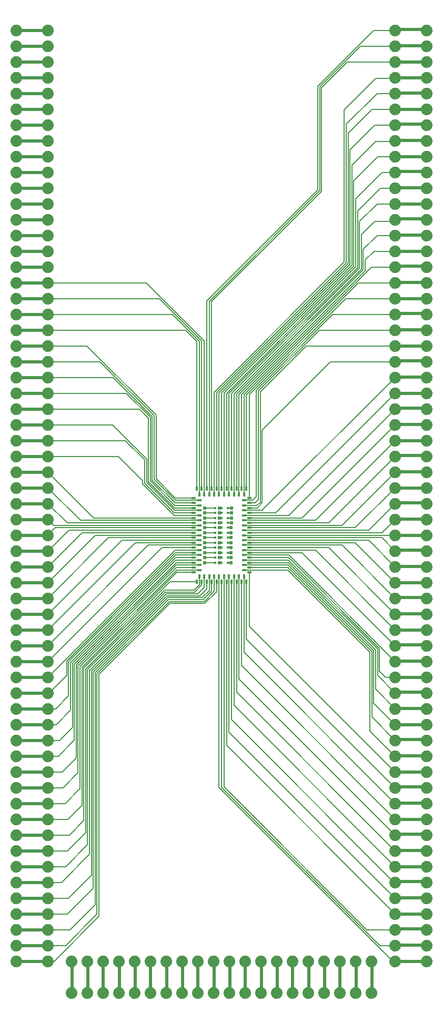
<source format=gtl>
G04 EAGLE Gerber RS-274X export*
G75*
%MOMM*%
%FSLAX34Y34*%
%LPD*%
%INTop Copper*%
%IPPOS*%
%AMOC8*
5,1,8,0,0,1.08239X$1,22.5*%
G01*
%ADD10R,0.450000X0.450000*%
%ADD11R,0.640000X0.320000*%
%ADD12R,0.320000X0.640000*%
%ADD13C,1.879600*%
%ADD14C,0.152400*%
%ADD15C,0.508000*%
%ADD16C,0.604800*%


D10*
X0Y44000D03*
X0Y36000D03*
X0Y28000D03*
X0Y20000D03*
X0Y12000D03*
X0Y4000D03*
X0Y-4000D03*
X0Y-12000D03*
X0Y-20000D03*
X0Y-28000D03*
X0Y-36000D03*
X0Y-44000D03*
X-10000Y44000D03*
X-10000Y36000D03*
X-10000Y28000D03*
X-10000Y20000D03*
X-10000Y12000D03*
X-10000Y4000D03*
X-10000Y-4000D03*
X-10000Y-12000D03*
X-10000Y-20000D03*
X-10000Y-28000D03*
X-10000Y-36000D03*
X-10000Y-44000D03*
X10000Y44000D03*
X10000Y36000D03*
X10000Y28000D03*
X10000Y20000D03*
X10000Y12000D03*
X10000Y4000D03*
X10000Y-4000D03*
X10000Y-12000D03*
X10000Y-20000D03*
X10000Y-28000D03*
X10000Y-36000D03*
X10000Y-44000D03*
D11*
X-45000Y60000D03*
X-45000Y52000D03*
X-45000Y44000D03*
X-45000Y36000D03*
X-45000Y28000D03*
X-45000Y20000D03*
X-45000Y12000D03*
X-45000Y4000D03*
X-45000Y-4000D03*
X-45000Y-12000D03*
X-45000Y-20000D03*
X-45000Y-28000D03*
X-45000Y-36000D03*
X-45000Y-44000D03*
X-45000Y-52000D03*
X-45000Y-60000D03*
X45000Y60000D03*
X45000Y52000D03*
X45000Y44000D03*
X45000Y36000D03*
X45000Y28000D03*
X45000Y20000D03*
X45000Y12000D03*
X45000Y4000D03*
X45000Y-4000D03*
X45000Y-12000D03*
X45000Y-20000D03*
X45000Y-28000D03*
X45000Y-36000D03*
X45000Y-44000D03*
X45000Y-52000D03*
X45000Y-60000D03*
X-36000Y56000D03*
X-36000Y48000D03*
X-36000Y40000D03*
X-36000Y32000D03*
X-36000Y24000D03*
X-36000Y16000D03*
X-36000Y8000D03*
X-36000Y0D03*
X-36000Y-8000D03*
X-36000Y-16000D03*
X-36000Y-24000D03*
X-36000Y-32000D03*
X-36000Y-40000D03*
X-36000Y-48000D03*
X-36000Y-56000D03*
X36000Y56000D03*
X36000Y48000D03*
X36000Y40000D03*
X36000Y32000D03*
X36000Y24000D03*
X36000Y16000D03*
X36000Y8000D03*
X36000Y0D03*
X36000Y-8000D03*
X36000Y-16000D03*
X36000Y-24000D03*
X36000Y-32000D03*
X36000Y-40000D03*
X36000Y-48000D03*
X36000Y-56000D03*
D12*
X-40000Y75000D03*
X-32000Y75000D03*
X-24000Y75000D03*
X-16000Y75000D03*
X-8000Y75000D03*
X0Y75000D03*
X8000Y75000D03*
X16000Y75000D03*
X24000Y75000D03*
X32000Y75000D03*
X40000Y75000D03*
X36000Y66000D03*
X28000Y66000D03*
X20000Y66000D03*
X12000Y66000D03*
X4000Y66000D03*
X-4000Y66000D03*
X-12000Y66000D03*
X-20000Y66000D03*
X-28000Y66000D03*
X-36000Y66000D03*
X40000Y-75000D03*
X32000Y-75000D03*
X24000Y-75000D03*
X16000Y-75000D03*
X8000Y-75000D03*
X0Y-75000D03*
X-8000Y-75000D03*
X-16000Y-75000D03*
X-24000Y-75000D03*
X-32000Y-75000D03*
X-40000Y-75000D03*
X28000Y-66000D03*
X20000Y-66000D03*
X12000Y-66000D03*
X4000Y-66000D03*
X-4000Y-66000D03*
X-12000Y-66000D03*
X-20000Y-66000D03*
X-28000Y-66000D03*
X-36000Y-66000D03*
X36000Y-66000D03*
D13*
X-279400Y-177800D03*
X-279400Y-152400D03*
X-279400Y-127000D03*
X-279400Y-101600D03*
X-279400Y-76200D03*
X-279400Y-50800D03*
X-279400Y-25400D03*
X-279400Y0D03*
X-279400Y25400D03*
X-279400Y50800D03*
X-279400Y76200D03*
X-279400Y101600D03*
X-279400Y127000D03*
X-279400Y152400D03*
X-279400Y177800D03*
X-279400Y203200D03*
X-279400Y228600D03*
X-279400Y254000D03*
X-279400Y279400D03*
X-279400Y304800D03*
X-279400Y-685800D03*
X-279400Y-660400D03*
X-279400Y-635000D03*
X-279400Y-609600D03*
X-279400Y-584200D03*
X-279400Y-558800D03*
X-279400Y-533400D03*
X-279400Y-508000D03*
X-279400Y-482600D03*
X-279400Y-457200D03*
X-279400Y-431800D03*
X-279400Y-406400D03*
X-279400Y-381000D03*
X-279400Y-355600D03*
X-279400Y-330200D03*
X-279400Y-304800D03*
X-279400Y-279400D03*
X-279400Y-254000D03*
X-279400Y-228600D03*
X-279400Y-203200D03*
X279400Y-203200D03*
X279400Y-228600D03*
X279400Y-254000D03*
X279400Y-279400D03*
X279400Y-304800D03*
X279400Y-330200D03*
X279400Y-355600D03*
X279400Y-381000D03*
X279400Y-406400D03*
X279400Y-431800D03*
X279400Y-457200D03*
X279400Y-482600D03*
X279400Y-508000D03*
X279400Y-533400D03*
X279400Y-558800D03*
X279400Y-584200D03*
X279400Y-609600D03*
X279400Y-635000D03*
X279400Y-660400D03*
X279400Y-685800D03*
X241300Y-685800D03*
X215900Y-685800D03*
X190500Y-685800D03*
X165100Y-685800D03*
X139700Y-685800D03*
X114300Y-685800D03*
X88900Y-685800D03*
X63500Y-685800D03*
X38100Y-685800D03*
X12700Y-685800D03*
X-12700Y-685800D03*
X-38100Y-685800D03*
X-63500Y-685800D03*
X-88900Y-685800D03*
X-114300Y-685800D03*
X-139700Y-685800D03*
X-165100Y-685800D03*
X-190500Y-685800D03*
X-215900Y-685800D03*
X-241300Y-685800D03*
X-279400Y812800D03*
X-279400Y787400D03*
X-279400Y762000D03*
X-279400Y736600D03*
X-279400Y711200D03*
X-279400Y685800D03*
X-279400Y660400D03*
X-279400Y635000D03*
X-279400Y609600D03*
X-279400Y584200D03*
X-279400Y558800D03*
X-279400Y533400D03*
X-279400Y508000D03*
X-279400Y482600D03*
X-279400Y457200D03*
X-279400Y431800D03*
X-279400Y406400D03*
X-279400Y381000D03*
X-279400Y355600D03*
X-279400Y330200D03*
X279400Y812800D03*
X279400Y787400D03*
X279400Y762000D03*
X279400Y736600D03*
X279400Y711200D03*
X279400Y685800D03*
X279400Y660400D03*
X279400Y635000D03*
X279400Y609600D03*
X279400Y584200D03*
X279400Y558800D03*
X279400Y533400D03*
X279400Y508000D03*
X279400Y482600D03*
X279400Y457200D03*
X279400Y431800D03*
X279400Y406400D03*
X279400Y381000D03*
X279400Y355600D03*
X279400Y330200D03*
X279400Y304800D03*
X279400Y279400D03*
X279400Y254000D03*
X279400Y228600D03*
X279400Y203200D03*
X279400Y177800D03*
X279400Y152400D03*
X279400Y127000D03*
X279400Y101600D03*
X279400Y76200D03*
X279400Y50800D03*
X279400Y25400D03*
X279400Y0D03*
X279400Y-25400D03*
X279400Y-50800D03*
X279400Y-76200D03*
X279400Y-101600D03*
X279400Y-127000D03*
X279400Y-152400D03*
X279400Y-177800D03*
X-330200Y-177800D03*
X-330200Y-152400D03*
X-330200Y-127000D03*
X-330200Y-101600D03*
X-330200Y-76200D03*
X-330200Y-50800D03*
X-330200Y-25400D03*
X-330200Y0D03*
X-330200Y25400D03*
X-330200Y50800D03*
X-330200Y76200D03*
X-330200Y101600D03*
X-330200Y127000D03*
X-330200Y152400D03*
X-330200Y177800D03*
X-330200Y203200D03*
X-330200Y228600D03*
X-330200Y254000D03*
X-330200Y279400D03*
X-330200Y304800D03*
X-330200Y-685800D03*
X-330200Y-660400D03*
X-330200Y-635000D03*
X-330200Y-609600D03*
X-330200Y-584200D03*
X-330200Y-558800D03*
X-330200Y-533400D03*
X-330200Y-508000D03*
X-330200Y-482600D03*
X-330200Y-457200D03*
X-330200Y-431800D03*
X-330200Y-406400D03*
X-330200Y-381000D03*
X-330200Y-355600D03*
X-330200Y-330200D03*
X-330200Y-304800D03*
X-330200Y-279400D03*
X-330200Y-254000D03*
X-330200Y-228600D03*
X-330200Y-203200D03*
X330200Y-203200D03*
X330200Y-228600D03*
X330200Y-254000D03*
X330200Y-279400D03*
X330200Y-304800D03*
X330200Y-330200D03*
X330200Y-355600D03*
X330200Y-381000D03*
X330200Y-406400D03*
X330200Y-431800D03*
X330200Y-457200D03*
X330200Y-482600D03*
X330200Y-508000D03*
X330200Y-533400D03*
X330200Y-558800D03*
X330200Y-584200D03*
X330200Y-609600D03*
X330200Y-635000D03*
X330200Y-660400D03*
X330200Y-685800D03*
X330200Y50800D03*
X330200Y25400D03*
X330200Y0D03*
X330200Y-25400D03*
X330200Y-50800D03*
X330200Y-76200D03*
X330200Y-101600D03*
X330200Y-127000D03*
X330200Y-152400D03*
X330200Y-177800D03*
X241300Y-736600D03*
X215900Y-736600D03*
X190500Y-736600D03*
X165100Y-736600D03*
X139700Y-736600D03*
X114300Y-736600D03*
X88900Y-736600D03*
X63500Y-736600D03*
X38100Y-736600D03*
X12700Y-736600D03*
X-12700Y-736600D03*
X-38100Y-736600D03*
X-63500Y-736600D03*
X-88900Y-736600D03*
X-114300Y-736600D03*
X-139700Y-736600D03*
X-165100Y-736600D03*
X-190500Y-736600D03*
X-215900Y-736600D03*
X-241300Y-736600D03*
X-330200Y812800D03*
X-330200Y787400D03*
X-330200Y762000D03*
X-330200Y736600D03*
X-330200Y711200D03*
X-330200Y685800D03*
X-330200Y660400D03*
X-330200Y635000D03*
X-330200Y609600D03*
X-330200Y584200D03*
X-330200Y558800D03*
X-330200Y533400D03*
X-330200Y508000D03*
X-330200Y482600D03*
X-330200Y457200D03*
X-330200Y431800D03*
X-330200Y406400D03*
X-330200Y381000D03*
X-330200Y355600D03*
X-330200Y330200D03*
X330200Y812800D03*
X330200Y787400D03*
X330200Y762000D03*
X330200Y736600D03*
X330200Y711200D03*
X330200Y685800D03*
X330200Y660400D03*
X330200Y635000D03*
X330200Y609600D03*
X330200Y584200D03*
X330200Y558800D03*
X330200Y533400D03*
X330200Y508000D03*
X330200Y482600D03*
X330200Y457200D03*
X330200Y431800D03*
X330200Y406400D03*
X330200Y381000D03*
X330200Y355600D03*
X330200Y330200D03*
X330200Y304800D03*
X330200Y279400D03*
X330200Y254000D03*
X330200Y228600D03*
X330200Y203200D03*
X330200Y177800D03*
X330200Y152400D03*
X330200Y127000D03*
X330200Y101600D03*
X330200Y76200D03*
D14*
X-117600Y-16000D02*
X-279400Y-177800D01*
X-117600Y-16000D02*
X-36000Y-16000D01*
D15*
X-279400Y-177800D02*
X-330200Y-177800D01*
D14*
X-279400Y-152400D02*
X-139000Y-12000D01*
X-45000Y-12000D01*
D15*
X-279400Y-152400D02*
X-322400Y-152400D01*
X-323000Y-153000D01*
X-329600Y-153000D01*
X-330200Y-152400D01*
D14*
X-279400Y-127000D02*
X-160400Y-8000D01*
X-36000Y-8000D01*
D15*
X-279400Y-127000D02*
X-330200Y-127000D01*
D14*
X-279400Y-101600D02*
X-181800Y-4000D01*
X-45000Y-4000D01*
D15*
X-279400Y-101600D02*
X-330200Y-101600D01*
D14*
X-279400Y-76200D02*
X-203200Y0D01*
X-36000Y0D01*
D15*
X-279400Y-76200D02*
X-330200Y-76200D01*
D14*
X-279400Y-50800D02*
X-224600Y4000D01*
X-45000Y4000D01*
D15*
X-279400Y-50800D02*
X-330200Y-50800D01*
D14*
X-279400Y-25400D02*
X-246000Y8000D01*
X-36000Y8000D01*
D15*
X-279400Y-25400D02*
X-330200Y-25400D01*
D14*
X-279400Y0D02*
X-267400Y12000D01*
X-45000Y12000D01*
D15*
X-279400Y0D02*
X-330200Y0D01*
D14*
X-279400Y25400D02*
X-270000Y16000D01*
X-36000Y16000D01*
D15*
X-279400Y25400D02*
X-330200Y25400D01*
D14*
X-279400Y50800D02*
X-248600Y20000D01*
X-45000Y20000D01*
D15*
X-279400Y50800D02*
X-330200Y50800D01*
D14*
X-279400Y76200D02*
X-227200Y24000D01*
X-36000Y24000D01*
D15*
X-279400Y76200D02*
X-330200Y76200D01*
D14*
X-279400Y101600D02*
X-205800Y28000D01*
X-45000Y28000D01*
D15*
X-279400Y101600D02*
X-330200Y101600D01*
D14*
X-76398Y32000D02*
X-36000Y32000D01*
X-126746Y82348D02*
X-126746Y87630D01*
X-166116Y127000D01*
X-279400Y127000D01*
X-126746Y82348D02*
X-76398Y32000D01*
D15*
X-279400Y127000D02*
X-330200Y127000D01*
D14*
X-76087Y36000D02*
X-45000Y36000D01*
X-76087Y36000D02*
X-123698Y83611D01*
X-154679Y152400D02*
X-279400Y152400D01*
X-123698Y121419D02*
X-123698Y83611D01*
X-123698Y121419D02*
X-154679Y152400D01*
D15*
X-279400Y152400D02*
X-330200Y152400D01*
D14*
X-75777Y40000D02*
X-36000Y40000D01*
X-75777Y40000D02*
X-120650Y84873D01*
X-120650Y122682D01*
X-175768Y177800D02*
X-279400Y177800D01*
X-175768Y177800D02*
X-120650Y122682D01*
D15*
X-279400Y177800D02*
X-330200Y177800D01*
D14*
X-75466Y44000D02*
X-45000Y44000D01*
X-132304Y203200D02*
X-279400Y203200D01*
X-117602Y86136D02*
X-75466Y44000D01*
X-117602Y86136D02*
X-117602Y188498D01*
X-132304Y203200D01*
D15*
X-279400Y203200D02*
X-330200Y203200D01*
D14*
X-75156Y48000D02*
X-36000Y48000D01*
X-153394Y228600D02*
X-279400Y228600D01*
X-114554Y87398D02*
X-75156Y48000D01*
X-114554Y87398D02*
X-114554Y189760D01*
X-153394Y228600D01*
D15*
X-279400Y228600D02*
X-330200Y228600D01*
D14*
X-74845Y52000D02*
X-45000Y52000D01*
X-174483Y254000D02*
X-279400Y254000D01*
X-111506Y88661D02*
X-74845Y52000D01*
X-111506Y88661D02*
X-111506Y191023D01*
X-174483Y254000D01*
D15*
X-279400Y254000D02*
X-330200Y254000D01*
D14*
X-74535Y56000D02*
X-36000Y56000D01*
X-195573Y279400D02*
X-279400Y279400D01*
X-108458Y89923D02*
X-74535Y56000D01*
X-108458Y89923D02*
X-108458Y192285D01*
X-195573Y279400D01*
D15*
X-279400Y279400D02*
X-330200Y279400D01*
D14*
X-74224Y60000D02*
X-45000Y60000D01*
X-216662Y304800D02*
X-279400Y304800D01*
X-105410Y91186D02*
X-74224Y60000D01*
X-105410Y91186D02*
X-105410Y193548D01*
X-216662Y304800D01*
D15*
X-279400Y304800D02*
X-330200Y304800D01*
D14*
X-8000Y-75000D02*
X-8000Y-90789D01*
X-26939Y-109728D01*
X-82938Y-109728D01*
X-269494Y-685800D02*
X-279400Y-685800D01*
X-197358Y-224148D02*
X-82938Y-109728D01*
X-197358Y-224148D02*
X-197358Y-613664D01*
X-269494Y-685800D01*
D15*
X-279400Y-685800D02*
X-330200Y-685800D01*
D14*
X-12000Y-90479D02*
X-12000Y-66000D01*
X-250698Y-660400D02*
X-279400Y-660400D01*
X-28201Y-106680D02*
X-12000Y-90479D01*
X-28201Y-106680D02*
X-84200Y-106680D01*
X-200406Y-222886D01*
X-200406Y-610108D01*
X-250698Y-660400D01*
D15*
X-279400Y-660400D02*
X-330200Y-660400D01*
D14*
X-16000Y-90168D02*
X-16000Y-75000D01*
X-16000Y-90168D02*
X-29464Y-103632D01*
X-85463Y-103632D01*
X-203454Y-221623D01*
X-203454Y-594614D01*
X-243840Y-635000D02*
X-279400Y-635000D01*
X-243840Y-635000D02*
X-203454Y-594614D01*
D15*
X-279400Y-635000D02*
X-330200Y-635000D01*
D14*
X-20000Y-88834D02*
X-20000Y-66000D01*
X-247904Y-609600D02*
X-279400Y-609600D01*
X-31750Y-100584D02*
X-20000Y-88834D01*
X-31750Y-100584D02*
X-86726Y-100584D01*
X-206502Y-220360D01*
X-206502Y-568198D01*
X-247904Y-609600D01*
D15*
X-279400Y-609600D02*
X-330200Y-609600D01*
D14*
X-24000Y-86992D02*
X-24000Y-75000D01*
X-246380Y-584200D02*
X-279400Y-584200D01*
X-34544Y-97536D02*
X-24000Y-86992D01*
X-34544Y-97536D02*
X-87988Y-97536D01*
X-209550Y-219098D01*
X-209550Y-547370D01*
X-246380Y-584200D01*
D15*
X-279400Y-584200D02*
X-330200Y-584200D01*
D14*
X-28000Y-83880D02*
X-28000Y-66000D01*
X-257556Y-558800D02*
X-279400Y-558800D01*
X-38608Y-94488D02*
X-28000Y-83880D01*
X-38608Y-94488D02*
X-89251Y-94488D01*
X-212598Y-217835D01*
X-212598Y-513842D01*
X-257556Y-558800D01*
D15*
X-279400Y-558800D02*
X-330200Y-558800D01*
D14*
X-32000Y-80253D02*
X-32000Y-75000D01*
X-250698Y-533400D02*
X-279400Y-533400D01*
X-43187Y-91440D02*
X-32000Y-80253D01*
X-43187Y-91440D02*
X-90513Y-91440D01*
X-215646Y-216573D01*
X-215646Y-498348D01*
X-250698Y-533400D01*
D15*
X-279400Y-533400D02*
X-330200Y-533400D01*
D14*
X-36000Y-79942D02*
X-36000Y-66000D01*
X-247904Y-508000D02*
X-279400Y-508000D01*
X-44450Y-88392D02*
X-36000Y-79942D01*
X-44450Y-88392D02*
X-91776Y-88392D01*
X-218694Y-215310D01*
X-218694Y-478790D01*
X-247904Y-508000D01*
D15*
X-279400Y-508000D02*
X-330200Y-508000D01*
D14*
X-82694Y-75000D02*
X-40000Y-75000D01*
X-245110Y-482600D02*
X-279400Y-482600D01*
X-221742Y-214048D02*
X-82694Y-75000D01*
X-221742Y-214048D02*
X-221742Y-459232D01*
X-245110Y-482600D01*
D15*
X-279400Y-482600D02*
X-330200Y-482600D01*
D14*
X-72005Y-60000D02*
X-45000Y-60000D01*
X-247142Y-457200D02*
X-279400Y-457200D01*
X-224790Y-212785D02*
X-72005Y-60000D01*
X-224790Y-212785D02*
X-224790Y-434848D01*
X-247142Y-457200D01*
D15*
X-279400Y-457200D02*
X-330200Y-457200D01*
D14*
X-72316Y-56000D02*
X-36000Y-56000D01*
X-251968Y-431800D02*
X-279400Y-431800D01*
X-227838Y-211523D02*
X-72316Y-56000D01*
X-227838Y-211523D02*
X-227838Y-407670D01*
X-251968Y-431800D01*
D15*
X-279400Y-431800D02*
X-330200Y-431800D01*
D14*
X-72626Y-52000D02*
X-45000Y-52000D01*
X-255016Y-406400D02*
X-279400Y-406400D01*
X-230886Y-210260D02*
X-72626Y-52000D01*
X-230886Y-210260D02*
X-230886Y-382270D01*
X-255016Y-406400D01*
D15*
X-279400Y-406400D02*
X-330200Y-406400D01*
D14*
X-72937Y-48000D02*
X-36000Y-48000D01*
X-256286Y-381000D02*
X-279400Y-381000D01*
X-233934Y-208997D02*
X-72937Y-48000D01*
X-233934Y-208997D02*
X-233934Y-358648D01*
X-256286Y-381000D01*
D15*
X-279400Y-381000D02*
X-330200Y-381000D01*
D14*
X-73247Y-44000D02*
X-45000Y-44000D01*
X-262890Y-355600D02*
X-279400Y-355600D01*
X-236982Y-207735D02*
X-73247Y-44000D01*
X-236982Y-207735D02*
X-236982Y-329692D01*
X-262890Y-355600D01*
D15*
X-279400Y-355600D02*
X-330200Y-355600D01*
D14*
X-73558Y-40000D02*
X-36000Y-40000D01*
X-261112Y-330200D02*
X-279400Y-330200D01*
X-240030Y-206472D02*
X-73558Y-40000D01*
X-240030Y-206472D02*
X-240030Y-309118D01*
X-261112Y-330200D01*
D15*
X-279400Y-330200D02*
X-330200Y-330200D01*
D14*
X-46600Y-36000D02*
X-45000Y-36000D01*
X-73868Y-36000D01*
X-266192Y-304800D02*
X-279400Y-304800D01*
X-243078Y-205210D02*
X-73868Y-36000D01*
X-243078Y-205210D02*
X-243078Y-281686D01*
X-266192Y-304800D01*
D15*
X-279400Y-304800D02*
X-330200Y-304800D01*
D14*
X-74179Y-32000D02*
X-36000Y-32000D01*
X-266954Y-279400D02*
X-279400Y-279400D01*
X-246126Y-203947D02*
X-74179Y-32000D01*
X-246126Y-203947D02*
X-246126Y-258572D01*
X-266954Y-279400D01*
D15*
X-279400Y-279400D02*
X-330200Y-279400D01*
D14*
X-74489Y-28000D02*
X-45000Y-28000D01*
X-249174Y-202685D02*
X-249174Y-225298D01*
X-277876Y-254000D01*
X-279400Y-254000D01*
X-249174Y-202685D02*
X-74489Y-28000D01*
D15*
X-279400Y-254000D02*
X-330200Y-254000D01*
D14*
X-279400Y-228600D02*
X-74800Y-24000D01*
X-36000Y-24000D01*
D15*
X-279400Y-228600D02*
X-330200Y-228600D01*
D14*
X-279400Y-203200D02*
X-96200Y-20000D01*
X-45000Y-20000D01*
D15*
X-279400Y-203200D02*
X-330200Y-203200D01*
D14*
X108200Y-32000D02*
X279400Y-203200D01*
X108200Y-32000D02*
X36000Y-32000D01*
D15*
X280416Y-202692D02*
X329184Y-202692D01*
D14*
X330200Y-203200D01*
X280416Y-202692D02*
X279400Y-203200D01*
X254000Y-219000D02*
X254000Y-182111D01*
X254000Y-219000D02*
X263600Y-228600D01*
X279400Y-228600D01*
X107889Y-36000D02*
X45000Y-36000D01*
X107889Y-36000D02*
X254000Y-182111D01*
D15*
X279400Y-228600D02*
X330200Y-228600D01*
D14*
X279400Y-254000D02*
X250952Y-225552D01*
X107579Y-40000D02*
X36000Y-40000D01*
X107579Y-40000D02*
X250952Y-183373D01*
X250952Y-225552D01*
D15*
X280416Y-252984D02*
X329184Y-252984D01*
D14*
X330200Y-254000D01*
X280416Y-252984D02*
X279400Y-254000D01*
X279400Y-276800D02*
X279400Y-279400D01*
X46600Y-44000D02*
X45000Y-44000D01*
X107268Y-44000D01*
X247904Y-247904D02*
X279400Y-279400D01*
X247904Y-184636D02*
X107268Y-44000D01*
X247904Y-184636D02*
X247904Y-247904D01*
D15*
X280416Y-278892D02*
X329184Y-278892D01*
D14*
X330200Y-279400D01*
X280416Y-278892D02*
X279400Y-279400D01*
X106958Y-48000D02*
X36000Y-48000D01*
X244856Y-270256D02*
X279400Y-304800D01*
X244856Y-185898D02*
X106958Y-48000D01*
X244856Y-185898D02*
X244856Y-270256D01*
D15*
X279400Y-304800D02*
X330200Y-304800D01*
D14*
X46600Y-52000D02*
X45000Y-52000D01*
X106647Y-52000D01*
X241808Y-292608D02*
X279400Y-330200D01*
X241808Y-187161D02*
X106647Y-52000D01*
X241808Y-187161D02*
X241808Y-292608D01*
D15*
X280416Y-329184D02*
X329184Y-329184D01*
D14*
X330200Y-330200D01*
X280416Y-329184D02*
X279400Y-330200D01*
X106337Y-56000D02*
X36000Y-56000D01*
X238760Y-314960D02*
X279400Y-355600D01*
X238760Y-188423D02*
X106337Y-56000D01*
X238760Y-188423D02*
X238760Y-314960D01*
D15*
X280416Y-355092D02*
X329184Y-355092D01*
D14*
X330200Y-355600D01*
X280416Y-355092D02*
X279400Y-355600D01*
X279400Y-381000D02*
X45000Y-146600D01*
X45000Y-60000D01*
D15*
X279400Y-381000D02*
X330200Y-381000D01*
D14*
X279400Y-406400D02*
X40000Y-167000D01*
X40000Y-75000D01*
D15*
X280416Y-405384D02*
X329184Y-405384D01*
D14*
X330200Y-406400D01*
X280416Y-405384D02*
X279400Y-406400D01*
X279400Y-431800D02*
X36000Y-188400D01*
X36000Y-66000D01*
D15*
X280416Y-431292D02*
X329184Y-431292D01*
D14*
X330200Y-431800D01*
X280416Y-431292D02*
X279400Y-431800D01*
X279400Y-457200D02*
X32000Y-209800D01*
X32000Y-75000D01*
D15*
X279400Y-457200D02*
X330200Y-457200D01*
D14*
X279400Y-482600D02*
X28000Y-231200D01*
X28000Y-66000D01*
D15*
X280416Y-481584D02*
X329184Y-481584D01*
D14*
X330200Y-482600D01*
X280416Y-481584D02*
X279400Y-482600D01*
X279400Y-508000D02*
X24000Y-252600D01*
X24000Y-75000D01*
D15*
X280416Y-507492D02*
X329184Y-507492D01*
D14*
X330200Y-508000D01*
X280416Y-507492D02*
X279400Y-508000D01*
X279400Y-533400D02*
X20000Y-274000D01*
X20000Y-66000D01*
D15*
X279400Y-533400D02*
X330200Y-533400D01*
D14*
X16000Y-297000D02*
X16000Y-75000D01*
X277800Y-558800D02*
X279400Y-558800D01*
X277800Y-558800D02*
X16000Y-297000D01*
D15*
X280416Y-557784D02*
X329184Y-557784D01*
D14*
X330200Y-558800D01*
X280416Y-557784D02*
X279400Y-558800D01*
X279400Y-584200D02*
X12000Y-316800D01*
X12000Y-66000D01*
D15*
X280416Y-583692D02*
X329184Y-583692D01*
D14*
X330200Y-584200D01*
X280416Y-583692D02*
X279400Y-584200D01*
X279400Y-609600D02*
X8000Y-338200D01*
X8000Y-75000D01*
D15*
X279400Y-609600D02*
X330200Y-609600D01*
D14*
X4000Y-405335D02*
X4000Y-66000D01*
X233665Y-635000D02*
X279400Y-635000D01*
X233665Y-635000D02*
X4000Y-405335D01*
D15*
X280416Y-633984D02*
X329184Y-633984D01*
D14*
X330200Y-635000D01*
X280416Y-633984D02*
X279400Y-635000D01*
X0Y-405645D02*
X0Y-75000D01*
X254755Y-660400D02*
X279400Y-660400D01*
X254755Y-660400D02*
X0Y-405645D01*
D15*
X280416Y-659892D02*
X329184Y-659892D01*
D14*
X330200Y-660400D01*
X280416Y-659892D02*
X279400Y-660400D01*
X-4000Y-405956D02*
X-4000Y-66000D01*
X275844Y-685800D02*
X279400Y-685800D01*
X275844Y-685800D02*
X-4000Y-405956D01*
D15*
X279400Y-685800D02*
X330200Y-685800D01*
D14*
X15000Y12000D02*
X10000Y12000D01*
D16*
X15000Y12000D03*
D15*
X242316Y-685800D02*
X242316Y-736092D01*
D14*
X241300Y-736600D01*
X241300Y-685800D02*
X242316Y-685800D01*
X15000Y4000D02*
X10000Y4000D01*
D16*
X15000Y4000D03*
D15*
X216408Y-685800D02*
X216408Y-736092D01*
D14*
X215900Y-736600D01*
X215900Y-685800D02*
X216408Y-685800D01*
X15000Y-4000D02*
X10000Y-4000D01*
D16*
X15000Y-4000D03*
D15*
X190500Y-685800D02*
X190500Y-736600D01*
D14*
X15000Y-12000D02*
X10000Y-12000D01*
D16*
X15000Y-12000D03*
D15*
X166116Y-685800D02*
X166116Y-736092D01*
D14*
X165100Y-736600D01*
X165100Y-685800D02*
X166116Y-685800D01*
X15000Y-20000D02*
X10000Y-20000D01*
D16*
X15000Y-20000D03*
D15*
X140208Y-685800D02*
X140208Y-736092D01*
D14*
X139700Y-736600D01*
X139700Y-685800D02*
X140208Y-685800D01*
X15000Y-28000D02*
X10000Y-28000D01*
D16*
X15000Y-28000D03*
D15*
X114300Y-685800D02*
X114300Y-736600D01*
D14*
X15000Y-36000D02*
X10000Y-36000D01*
D16*
X15000Y-36000D03*
D15*
X89916Y-685800D02*
X89916Y-736092D01*
D14*
X88900Y-736600D01*
X88900Y-685800D02*
X89916Y-685800D01*
X15000Y-44000D02*
X10000Y-44000D01*
D16*
X15000Y-44000D03*
D15*
X64008Y-685800D02*
X64008Y-736092D01*
D14*
X63500Y-736600D01*
X63500Y-685800D02*
X64008Y-685800D01*
X0Y-44000D02*
X-3202Y-44000D01*
D16*
X-3202Y-44000D03*
D15*
X38100Y-685800D02*
X38100Y-736600D01*
D14*
X0Y-36000D02*
X-3202Y-36000D01*
D16*
X-3202Y-36000D03*
D15*
X13716Y-685800D02*
X13716Y-736092D01*
D14*
X12700Y-736600D01*
X12700Y-685800D02*
X13716Y-685800D01*
X0Y-28000D02*
X-3202Y-28000D01*
D16*
X-3202Y-28000D03*
D15*
X-12192Y-685800D02*
X-12192Y-736092D01*
D14*
X-12700Y-736600D01*
X-12700Y-685800D02*
X-12192Y-685800D01*
X-3202Y-20000D02*
X0Y-20000D01*
D16*
X-3202Y-20000D03*
D15*
X-38100Y-685800D02*
X-38100Y-736600D01*
D14*
X-3202Y-12000D02*
X0Y-12000D01*
D16*
X-3202Y-12000D03*
D15*
X-62484Y-685800D02*
X-62484Y-736092D01*
D14*
X-63500Y-736600D01*
X-63500Y-685800D02*
X-62484Y-685800D01*
X-3202Y-4000D02*
X0Y-4000D01*
D16*
X-3202Y-4000D03*
D15*
X-88392Y-685800D02*
X-88392Y-736092D01*
D14*
X-88900Y-736600D01*
X-88900Y-685800D02*
X-88392Y-685800D01*
D16*
X-27000Y-44000D03*
D14*
X-10000Y-44000D01*
D15*
X-114300Y-685800D02*
X-114300Y-736600D01*
D16*
X-27000Y-36000D03*
D14*
X-10000Y-36000D01*
D15*
X-138684Y-685800D02*
X-138684Y-736092D01*
D14*
X-139700Y-736600D01*
X-139700Y-685800D02*
X-138684Y-685800D01*
X-27000Y-28000D02*
X-10000Y-28000D01*
D16*
X-27000Y-28000D03*
D15*
X-164592Y-685800D02*
X-164592Y-736092D01*
D14*
X-165100Y-736600D01*
X-165100Y-685800D02*
X-164592Y-685800D01*
X-27000Y-20000D02*
X-10000Y-20000D01*
D16*
X-27000Y-20000D03*
D15*
X-190500Y-685800D02*
X-190500Y-736600D01*
D14*
X-27000Y-12000D02*
X-10000Y-12000D01*
D16*
X-27000Y-12000D03*
D15*
X-214884Y-685800D02*
X-214884Y-736092D01*
D14*
X-215900Y-736600D01*
X-215900Y-685800D02*
X-214884Y-685800D01*
X-27000Y-4000D02*
X-10000Y-4000D01*
D16*
X-27000Y-4000D03*
D15*
X-240792Y-685800D02*
X-240792Y-736092D01*
D14*
X-241300Y-736600D01*
X-241300Y-685800D02*
X-240792Y-685800D01*
X10000Y20000D02*
X15768Y20000D01*
D16*
X15768Y20000D03*
D15*
X-279400Y812800D02*
X-330200Y812800D01*
D14*
X10000Y28000D02*
X16000Y28000D01*
D16*
X16000Y28000D03*
D15*
X-279400Y787400D02*
X-330200Y787400D01*
D14*
X10000Y36000D02*
X16000Y36000D01*
D16*
X16000Y36000D03*
D15*
X-279400Y762000D02*
X-330200Y762000D01*
D14*
X10000Y44000D02*
X16000Y44000D01*
D16*
X16000Y44000D03*
D15*
X-279400Y736600D02*
X-330200Y736600D01*
D14*
X-3202Y44000D02*
X0Y44000D01*
D16*
X-3202Y44000D03*
D15*
X-279400Y711200D02*
X-330200Y711200D01*
D14*
X-3202Y36000D02*
X0Y36000D01*
D16*
X-3202Y36000D03*
D15*
X-279400Y685800D02*
X-330200Y685800D01*
D14*
X-3202Y28000D02*
X0Y28000D01*
D16*
X-3202Y28000D03*
D15*
X-279400Y660400D02*
X-330200Y660400D01*
D14*
X-3202Y20000D02*
X0Y20000D01*
D16*
X-3202Y20000D03*
D15*
X-279400Y635000D02*
X-330200Y635000D01*
D14*
X-3202Y12000D02*
X0Y12000D01*
D16*
X-3202Y12000D03*
D15*
X-279400Y609600D02*
X-330200Y609600D01*
D14*
X-3202Y4000D02*
X0Y4000D01*
D16*
X-3202Y4000D03*
D15*
X-279400Y584200D02*
X-330200Y584200D01*
D14*
X-27000Y44000D02*
X-10000Y44000D01*
D16*
X-27000Y44000D03*
D15*
X-279400Y558800D02*
X-330200Y558800D01*
D14*
X-27000Y36000D02*
X-10000Y36000D01*
D16*
X-27000Y36000D03*
D15*
X-279400Y533400D02*
X-330200Y533400D01*
D14*
X-27000Y28000D02*
X-10000Y28000D01*
D16*
X-27000Y28000D03*
D15*
X-279400Y508000D02*
X-330200Y508000D01*
D14*
X-27000Y20000D02*
X-10000Y20000D01*
D16*
X-27000Y20000D03*
D15*
X-279400Y482600D02*
X-330200Y482600D01*
D14*
X-27000Y12000D02*
X-10000Y12000D01*
D16*
X-27000Y12000D03*
D15*
X-279400Y457200D02*
X-330200Y457200D01*
D14*
X-27000Y4000D02*
X-10000Y4000D01*
D16*
X-27000Y4000D03*
D15*
X-279400Y431800D02*
X-330200Y431800D01*
D14*
X-28000Y313000D02*
X-28000Y66000D01*
X-121400Y406400D02*
X-279400Y406400D01*
X-121400Y406400D02*
X-28000Y313000D01*
D15*
X-279400Y406400D02*
X-330200Y406400D01*
D14*
X-32000Y312689D02*
X-32000Y75000D01*
X-100311Y381000D02*
X-279400Y381000D01*
X-100311Y381000D02*
X-32000Y312689D01*
D15*
X-279400Y381000D02*
X-330200Y381000D01*
D14*
X-36000Y312379D02*
X-36000Y66000D01*
X-79221Y355600D02*
X-279400Y355600D01*
X-79221Y355600D02*
X-36000Y312379D01*
D15*
X-279400Y355600D02*
X-330200Y355600D01*
D14*
X-40000Y312068D02*
X-40000Y75000D01*
X-58132Y330200D02*
X-279400Y330200D01*
X-58132Y330200D02*
X-40000Y312068D01*
D15*
X-279400Y330200D02*
X-330200Y330200D01*
D14*
X-24000Y377000D02*
X-24000Y75000D01*
X244800Y812800D02*
X279400Y812800D01*
X155000Y556000D02*
X-24000Y377000D01*
X155000Y556000D02*
X155000Y723000D01*
X244800Y812800D01*
D15*
X280416Y813816D02*
X329184Y813816D01*
D14*
X330200Y812800D01*
X280416Y813816D02*
X279400Y812800D01*
X-20000Y376689D02*
X-20000Y66000D01*
X223711Y787400D02*
X279400Y787400D01*
X158048Y554737D02*
X-20000Y376689D01*
X158048Y554737D02*
X158048Y721737D01*
X223711Y787400D01*
D15*
X280416Y787908D02*
X329184Y787908D01*
D14*
X330200Y787400D01*
X280416Y787908D02*
X279400Y787400D01*
X-16000Y376379D02*
X-16000Y75000D01*
X202621Y762000D02*
X279400Y762000D01*
X161096Y553475D02*
X-16000Y376379D01*
X161096Y553475D02*
X161096Y720475D01*
X202621Y762000D01*
D15*
X279400Y762000D02*
X330200Y762000D01*
D14*
X-12000Y230037D02*
X-12000Y66000D01*
X248000Y735000D02*
X287000Y735000D01*
X285400Y736600D01*
X279400Y736600D01*
X197472Y439509D02*
X-12000Y230037D01*
X197472Y439509D02*
X197472Y684472D01*
X248000Y735000D01*
D15*
X286512Y736092D02*
X329184Y736092D01*
D14*
X330200Y736600D01*
X286512Y736092D02*
X279400Y736600D01*
X-8000Y229727D02*
X-8000Y75000D01*
X250200Y711200D02*
X279400Y711200D01*
X200520Y438247D02*
X-8000Y229727D01*
X200520Y438247D02*
X200520Y661520D01*
X250200Y711200D01*
D15*
X280416Y711708D02*
X329184Y711708D01*
D14*
X330200Y711200D01*
X280416Y711708D02*
X279400Y711200D01*
X-4000Y229416D02*
X-4000Y66000D01*
X241800Y685800D02*
X279400Y685800D01*
X203568Y436984D02*
X-4000Y229416D01*
X203568Y436984D02*
X203568Y647568D01*
X241800Y685800D01*
D15*
X279400Y685800D02*
X330200Y685800D01*
D14*
X0Y229106D02*
X0Y75000D01*
X246400Y660400D02*
X279400Y660400D01*
X206616Y435722D02*
X0Y229106D01*
X206616Y435722D02*
X206616Y620616D01*
X246400Y660400D01*
D15*
X280416Y661416D02*
X329184Y661416D01*
D14*
X330200Y660400D01*
X280416Y661416D02*
X279400Y660400D01*
X4000Y228795D02*
X4000Y66000D01*
X4000Y228795D02*
X209664Y434459D01*
X209664Y595664D01*
X248198Y634198D01*
X249000Y635000D01*
X248412Y633984D02*
X278892Y633984D01*
X279400Y635000D01*
X248412Y633984D02*
X248198Y634198D01*
D15*
X280416Y635508D02*
X329184Y635508D01*
D14*
X330200Y635000D01*
X280416Y635508D02*
X279400Y635000D01*
X8000Y228485D02*
X8000Y75000D01*
X251600Y609600D02*
X279400Y609600D01*
X212712Y433197D02*
X8000Y228485D01*
X212712Y433197D02*
X212712Y570712D01*
X251600Y609600D01*
D15*
X279400Y609600D02*
X330200Y609600D01*
D14*
X12000Y228174D02*
X12000Y66000D01*
X258200Y584200D02*
X279400Y584200D01*
X215760Y431934D02*
X12000Y228174D01*
X215760Y431934D02*
X215760Y541760D01*
X258200Y584200D01*
D15*
X280416Y585216D02*
X329184Y585216D01*
D14*
X330200Y584200D01*
X280416Y585216D02*
X279400Y584200D01*
X16000Y227863D02*
X16000Y75000D01*
X255800Y558800D02*
X279400Y558800D01*
X218808Y430671D02*
X16000Y227863D01*
X218808Y430671D02*
X218808Y521808D01*
X255800Y558800D01*
D15*
X280416Y559308D02*
X329184Y559308D01*
D14*
X330200Y558800D01*
X280416Y559308D02*
X279400Y558800D01*
X20114Y66114D02*
X20000Y66000D01*
X20114Y66114D02*
X20114Y227667D01*
X250400Y533400D02*
X279400Y533400D01*
X221856Y429409D02*
X20114Y227667D01*
X221856Y429409D02*
X221856Y504856D01*
X250400Y533400D01*
D15*
X279400Y533400D02*
X330200Y533400D01*
D14*
X24000Y227242D02*
X24000Y75000D01*
X276400Y505000D02*
X279400Y508000D01*
X224904Y428146D02*
X24000Y227242D01*
X224904Y428146D02*
X224904Y483904D01*
X246000Y505000D01*
X276400Y505000D01*
D15*
X280416Y509016D02*
X329184Y509016D01*
D14*
X330200Y508000D01*
X280416Y509016D02*
X279400Y508000D01*
X28000Y226932D02*
X28000Y66000D01*
X250600Y482600D02*
X279400Y482600D01*
X227952Y426884D02*
X28000Y226932D01*
X227952Y426884D02*
X227952Y459952D01*
X250600Y482600D01*
D15*
X280416Y483108D02*
X329184Y483108D01*
D14*
X330200Y482600D01*
X280416Y483108D02*
X279400Y482600D01*
X32000Y226621D02*
X32000Y75000D01*
X231000Y425621D02*
X231000Y443000D01*
X245200Y457200D01*
X279400Y457200D01*
X231000Y425621D02*
X32000Y226621D01*
D15*
X279400Y457200D02*
X330200Y457200D01*
D14*
X36000Y226311D02*
X36000Y66000D01*
X241489Y431800D02*
X279400Y431800D01*
X241489Y431800D02*
X36000Y226311D01*
D15*
X280416Y432816D02*
X329184Y432816D01*
D14*
X330200Y431800D01*
X280416Y432816D02*
X279400Y431800D01*
X40000Y226000D02*
X40000Y75000D01*
X220400Y406400D02*
X279400Y406400D01*
X220400Y406400D02*
X40000Y226000D01*
D15*
X280416Y406908D02*
X329184Y406908D01*
D14*
X330200Y406400D01*
X280416Y406908D02*
X279400Y406400D01*
X45000Y226689D02*
X45000Y60000D01*
X199311Y381000D02*
X279400Y381000D01*
X199311Y381000D02*
X45000Y226689D01*
D15*
X279400Y381000D02*
X330200Y381000D01*
D14*
X50000Y56000D02*
X36000Y56000D01*
X178221Y355600D02*
X279400Y355600D01*
X56000Y62000D02*
X50000Y56000D01*
X56000Y62000D02*
X56000Y233379D01*
X178221Y355600D01*
D15*
X280416Y356616D02*
X329184Y356616D01*
D14*
X330200Y355600D01*
X280416Y356616D02*
X279400Y355600D01*
X54000Y52000D02*
X45000Y52000D01*
X157132Y330200D02*
X279400Y330200D01*
X59048Y57048D02*
X54000Y52000D01*
X59048Y57048D02*
X59048Y232116D01*
X157132Y330200D01*
D15*
X280416Y330708D02*
X329184Y330708D01*
D14*
X330200Y330200D01*
X280416Y330708D02*
X279400Y330200D01*
X57000Y48000D02*
X36000Y48000D01*
X136042Y304800D02*
X279400Y304800D01*
X62096Y53096D02*
X57000Y48000D01*
X62096Y53096D02*
X62096Y230854D01*
X136042Y304800D01*
D15*
X279400Y304800D02*
X330200Y304800D01*
D14*
X57311Y44000D02*
X45000Y44000D01*
X57311Y44000D02*
X65144Y51833D01*
X175400Y279400D02*
X279400Y279400D01*
X65144Y169144D02*
X65144Y51833D01*
X65144Y169144D02*
X175400Y279400D01*
D15*
X280416Y280416D02*
X329184Y280416D01*
D14*
X330200Y279400D01*
X280416Y280416D02*
X279400Y279400D01*
X279400Y254000D02*
X65400Y40000D01*
X36000Y40000D01*
D15*
X280416Y254508D02*
X329184Y254508D01*
D14*
X330200Y254000D01*
X280416Y254508D02*
X279400Y254000D01*
X279400Y228600D02*
X86800Y36000D01*
X45000Y36000D01*
D15*
X279400Y228600D02*
X330200Y228600D01*
D14*
X279400Y203200D02*
X108200Y32000D01*
X36000Y32000D01*
D15*
X280416Y204216D02*
X329184Y204216D01*
D14*
X330200Y203200D01*
X280416Y204216D02*
X279400Y203200D01*
X279400Y177800D02*
X129600Y28000D01*
X45000Y28000D01*
D15*
X280416Y178308D02*
X329184Y178308D01*
D14*
X330200Y177800D01*
X280416Y178308D02*
X279400Y177800D01*
X279400Y152400D02*
X151000Y24000D01*
X36000Y24000D01*
D15*
X279400Y152400D02*
X330200Y152400D01*
D14*
X279400Y127000D02*
X172400Y20000D01*
X45000Y20000D01*
D15*
X280416Y128016D02*
X329184Y128016D01*
D14*
X330200Y127000D01*
X280416Y128016D02*
X279400Y127000D01*
X279400Y101600D02*
X193800Y16000D01*
X36000Y16000D01*
D15*
X280416Y102108D02*
X329184Y102108D01*
D14*
X330200Y101600D01*
X280416Y102108D02*
X279400Y101600D01*
X279400Y76200D02*
X215200Y12000D01*
X45000Y12000D01*
D15*
X279400Y76200D02*
X330200Y76200D01*
D14*
X279400Y50800D02*
X236600Y8000D01*
X36000Y8000D01*
D15*
X280416Y51816D02*
X329184Y51816D01*
D14*
X330200Y50800D01*
X280416Y51816D02*
X279400Y50800D01*
X279400Y25400D02*
X258000Y4000D01*
X45000Y4000D01*
D15*
X280416Y25908D02*
X329184Y25908D01*
D14*
X330200Y25400D01*
X280416Y25908D02*
X279400Y25400D01*
X279400Y0D02*
X36000Y0D01*
D15*
X279400Y0D02*
X330200Y0D01*
D14*
X279400Y-25400D02*
X258000Y-4000D01*
X45000Y-4000D01*
D15*
X280416Y-24384D02*
X329184Y-24384D01*
D14*
X330200Y-25400D01*
X280416Y-24384D02*
X279400Y-25400D01*
X279400Y-50800D02*
X236600Y-8000D01*
X36000Y-8000D01*
D15*
X280416Y-50292D02*
X329184Y-50292D01*
D14*
X330200Y-50800D01*
X280416Y-50292D02*
X279400Y-50800D01*
X279400Y-76200D02*
X215200Y-12000D01*
X45000Y-12000D01*
D15*
X279400Y-76200D02*
X330200Y-76200D01*
D14*
X279400Y-101600D02*
X193800Y-16000D01*
X36000Y-16000D01*
D15*
X280416Y-100584D02*
X329184Y-100584D01*
D14*
X330200Y-101600D01*
X280416Y-100584D02*
X279400Y-101600D01*
X279400Y-127000D02*
X172400Y-20000D01*
X45000Y-20000D01*
D15*
X280416Y-126492D02*
X329184Y-126492D01*
D14*
X330200Y-127000D01*
X280416Y-126492D02*
X279400Y-127000D01*
X279400Y-152400D02*
X151000Y-24000D01*
X36000Y-24000D01*
D15*
X279400Y-152400D02*
X330200Y-152400D01*
D14*
X279400Y-177800D02*
X129600Y-28000D01*
X45000Y-28000D01*
D15*
X280416Y-176784D02*
X329184Y-176784D01*
D14*
X330200Y-177800D01*
X280416Y-176784D02*
X279400Y-177800D01*
M02*

</source>
